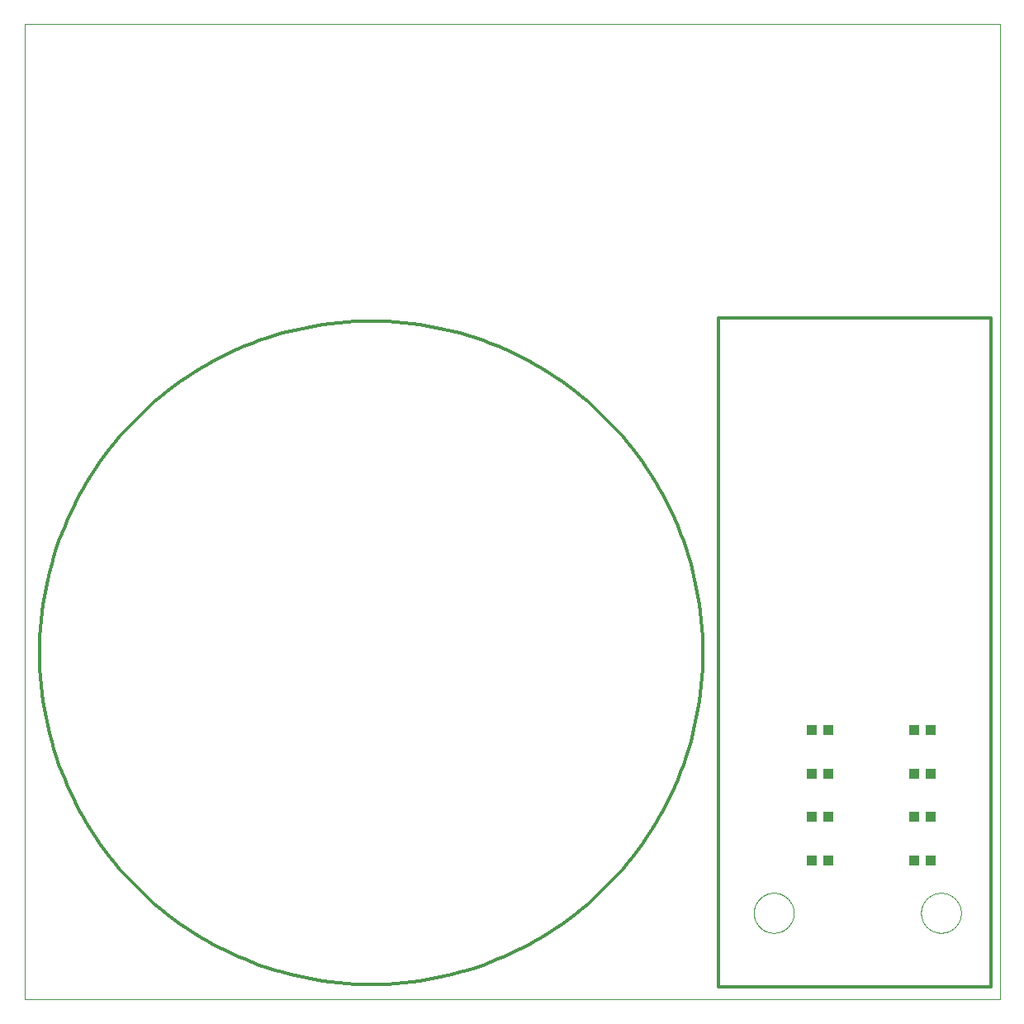
<source format=gbp>
G75*
%MOIN*%
%OFA0B0*%
%FSLAX25Y25*%
%IPPOS*%
%LPD*%
%AMOC8*
5,1,8,0,0,1.08239X$1,22.5*
%
%ADD10C,0.00000*%
%ADD11C,0.01200*%
%ADD12R,0.04331X0.03937*%
D10*
X0001000Y0001000D02*
X0001000Y0394701D01*
X0394701Y0394701D01*
X0394701Y0001000D01*
X0001000Y0001000D01*
X0295429Y0036000D02*
X0295431Y0036198D01*
X0295439Y0036396D01*
X0295451Y0036594D01*
X0295468Y0036791D01*
X0295490Y0036988D01*
X0295516Y0037184D01*
X0295548Y0037380D01*
X0295584Y0037575D01*
X0295625Y0037768D01*
X0295671Y0037961D01*
X0295721Y0038153D01*
X0295777Y0038343D01*
X0295836Y0038532D01*
X0295901Y0038719D01*
X0295970Y0038905D01*
X0296043Y0039089D01*
X0296121Y0039271D01*
X0296204Y0039451D01*
X0296291Y0039629D01*
X0296382Y0039805D01*
X0296478Y0039978D01*
X0296577Y0040149D01*
X0296681Y0040318D01*
X0296789Y0040484D01*
X0296901Y0040647D01*
X0297017Y0040808D01*
X0297137Y0040966D01*
X0297261Y0041120D01*
X0297389Y0041272D01*
X0297520Y0041420D01*
X0297655Y0041565D01*
X0297793Y0041707D01*
X0297935Y0041845D01*
X0298080Y0041980D01*
X0298228Y0042111D01*
X0298380Y0042239D01*
X0298534Y0042363D01*
X0298692Y0042483D01*
X0298853Y0042599D01*
X0299016Y0042711D01*
X0299182Y0042819D01*
X0299351Y0042923D01*
X0299522Y0043022D01*
X0299695Y0043118D01*
X0299871Y0043209D01*
X0300049Y0043296D01*
X0300229Y0043379D01*
X0300411Y0043457D01*
X0300595Y0043530D01*
X0300781Y0043599D01*
X0300968Y0043664D01*
X0301157Y0043723D01*
X0301347Y0043779D01*
X0301539Y0043829D01*
X0301732Y0043875D01*
X0301925Y0043916D01*
X0302120Y0043952D01*
X0302316Y0043984D01*
X0302512Y0044010D01*
X0302709Y0044032D01*
X0302906Y0044049D01*
X0303104Y0044061D01*
X0303302Y0044069D01*
X0303500Y0044071D01*
X0303698Y0044069D01*
X0303896Y0044061D01*
X0304094Y0044049D01*
X0304291Y0044032D01*
X0304488Y0044010D01*
X0304684Y0043984D01*
X0304880Y0043952D01*
X0305075Y0043916D01*
X0305268Y0043875D01*
X0305461Y0043829D01*
X0305653Y0043779D01*
X0305843Y0043723D01*
X0306032Y0043664D01*
X0306219Y0043599D01*
X0306405Y0043530D01*
X0306589Y0043457D01*
X0306771Y0043379D01*
X0306951Y0043296D01*
X0307129Y0043209D01*
X0307305Y0043118D01*
X0307478Y0043022D01*
X0307649Y0042923D01*
X0307818Y0042819D01*
X0307984Y0042711D01*
X0308147Y0042599D01*
X0308308Y0042483D01*
X0308466Y0042363D01*
X0308620Y0042239D01*
X0308772Y0042111D01*
X0308920Y0041980D01*
X0309065Y0041845D01*
X0309207Y0041707D01*
X0309345Y0041565D01*
X0309480Y0041420D01*
X0309611Y0041272D01*
X0309739Y0041120D01*
X0309863Y0040966D01*
X0309983Y0040808D01*
X0310099Y0040647D01*
X0310211Y0040484D01*
X0310319Y0040318D01*
X0310423Y0040149D01*
X0310522Y0039978D01*
X0310618Y0039805D01*
X0310709Y0039629D01*
X0310796Y0039451D01*
X0310879Y0039271D01*
X0310957Y0039089D01*
X0311030Y0038905D01*
X0311099Y0038719D01*
X0311164Y0038532D01*
X0311223Y0038343D01*
X0311279Y0038153D01*
X0311329Y0037961D01*
X0311375Y0037768D01*
X0311416Y0037575D01*
X0311452Y0037380D01*
X0311484Y0037184D01*
X0311510Y0036988D01*
X0311532Y0036791D01*
X0311549Y0036594D01*
X0311561Y0036396D01*
X0311569Y0036198D01*
X0311571Y0036000D01*
X0311569Y0035802D01*
X0311561Y0035604D01*
X0311549Y0035406D01*
X0311532Y0035209D01*
X0311510Y0035012D01*
X0311484Y0034816D01*
X0311452Y0034620D01*
X0311416Y0034425D01*
X0311375Y0034232D01*
X0311329Y0034039D01*
X0311279Y0033847D01*
X0311223Y0033657D01*
X0311164Y0033468D01*
X0311099Y0033281D01*
X0311030Y0033095D01*
X0310957Y0032911D01*
X0310879Y0032729D01*
X0310796Y0032549D01*
X0310709Y0032371D01*
X0310618Y0032195D01*
X0310522Y0032022D01*
X0310423Y0031851D01*
X0310319Y0031682D01*
X0310211Y0031516D01*
X0310099Y0031353D01*
X0309983Y0031192D01*
X0309863Y0031034D01*
X0309739Y0030880D01*
X0309611Y0030728D01*
X0309480Y0030580D01*
X0309345Y0030435D01*
X0309207Y0030293D01*
X0309065Y0030155D01*
X0308920Y0030020D01*
X0308772Y0029889D01*
X0308620Y0029761D01*
X0308466Y0029637D01*
X0308308Y0029517D01*
X0308147Y0029401D01*
X0307984Y0029289D01*
X0307818Y0029181D01*
X0307649Y0029077D01*
X0307478Y0028978D01*
X0307305Y0028882D01*
X0307129Y0028791D01*
X0306951Y0028704D01*
X0306771Y0028621D01*
X0306589Y0028543D01*
X0306405Y0028470D01*
X0306219Y0028401D01*
X0306032Y0028336D01*
X0305843Y0028277D01*
X0305653Y0028221D01*
X0305461Y0028171D01*
X0305268Y0028125D01*
X0305075Y0028084D01*
X0304880Y0028048D01*
X0304684Y0028016D01*
X0304488Y0027990D01*
X0304291Y0027968D01*
X0304094Y0027951D01*
X0303896Y0027939D01*
X0303698Y0027931D01*
X0303500Y0027929D01*
X0303302Y0027931D01*
X0303104Y0027939D01*
X0302906Y0027951D01*
X0302709Y0027968D01*
X0302512Y0027990D01*
X0302316Y0028016D01*
X0302120Y0028048D01*
X0301925Y0028084D01*
X0301732Y0028125D01*
X0301539Y0028171D01*
X0301347Y0028221D01*
X0301157Y0028277D01*
X0300968Y0028336D01*
X0300781Y0028401D01*
X0300595Y0028470D01*
X0300411Y0028543D01*
X0300229Y0028621D01*
X0300049Y0028704D01*
X0299871Y0028791D01*
X0299695Y0028882D01*
X0299522Y0028978D01*
X0299351Y0029077D01*
X0299182Y0029181D01*
X0299016Y0029289D01*
X0298853Y0029401D01*
X0298692Y0029517D01*
X0298534Y0029637D01*
X0298380Y0029761D01*
X0298228Y0029889D01*
X0298080Y0030020D01*
X0297935Y0030155D01*
X0297793Y0030293D01*
X0297655Y0030435D01*
X0297520Y0030580D01*
X0297389Y0030728D01*
X0297261Y0030880D01*
X0297137Y0031034D01*
X0297017Y0031192D01*
X0296901Y0031353D01*
X0296789Y0031516D01*
X0296681Y0031682D01*
X0296577Y0031851D01*
X0296478Y0032022D01*
X0296382Y0032195D01*
X0296291Y0032371D01*
X0296204Y0032549D01*
X0296121Y0032729D01*
X0296043Y0032911D01*
X0295970Y0033095D01*
X0295901Y0033281D01*
X0295836Y0033468D01*
X0295777Y0033657D01*
X0295721Y0033847D01*
X0295671Y0034039D01*
X0295625Y0034232D01*
X0295584Y0034425D01*
X0295548Y0034620D01*
X0295516Y0034816D01*
X0295490Y0035012D01*
X0295468Y0035209D01*
X0295451Y0035406D01*
X0295439Y0035604D01*
X0295431Y0035802D01*
X0295429Y0036000D01*
X0362929Y0036000D02*
X0362931Y0036198D01*
X0362939Y0036396D01*
X0362951Y0036594D01*
X0362968Y0036791D01*
X0362990Y0036988D01*
X0363016Y0037184D01*
X0363048Y0037380D01*
X0363084Y0037575D01*
X0363125Y0037768D01*
X0363171Y0037961D01*
X0363221Y0038153D01*
X0363277Y0038343D01*
X0363336Y0038532D01*
X0363401Y0038719D01*
X0363470Y0038905D01*
X0363543Y0039089D01*
X0363621Y0039271D01*
X0363704Y0039451D01*
X0363791Y0039629D01*
X0363882Y0039805D01*
X0363978Y0039978D01*
X0364077Y0040149D01*
X0364181Y0040318D01*
X0364289Y0040484D01*
X0364401Y0040647D01*
X0364517Y0040808D01*
X0364637Y0040966D01*
X0364761Y0041120D01*
X0364889Y0041272D01*
X0365020Y0041420D01*
X0365155Y0041565D01*
X0365293Y0041707D01*
X0365435Y0041845D01*
X0365580Y0041980D01*
X0365728Y0042111D01*
X0365880Y0042239D01*
X0366034Y0042363D01*
X0366192Y0042483D01*
X0366353Y0042599D01*
X0366516Y0042711D01*
X0366682Y0042819D01*
X0366851Y0042923D01*
X0367022Y0043022D01*
X0367195Y0043118D01*
X0367371Y0043209D01*
X0367549Y0043296D01*
X0367729Y0043379D01*
X0367911Y0043457D01*
X0368095Y0043530D01*
X0368281Y0043599D01*
X0368468Y0043664D01*
X0368657Y0043723D01*
X0368847Y0043779D01*
X0369039Y0043829D01*
X0369232Y0043875D01*
X0369425Y0043916D01*
X0369620Y0043952D01*
X0369816Y0043984D01*
X0370012Y0044010D01*
X0370209Y0044032D01*
X0370406Y0044049D01*
X0370604Y0044061D01*
X0370802Y0044069D01*
X0371000Y0044071D01*
X0371198Y0044069D01*
X0371396Y0044061D01*
X0371594Y0044049D01*
X0371791Y0044032D01*
X0371988Y0044010D01*
X0372184Y0043984D01*
X0372380Y0043952D01*
X0372575Y0043916D01*
X0372768Y0043875D01*
X0372961Y0043829D01*
X0373153Y0043779D01*
X0373343Y0043723D01*
X0373532Y0043664D01*
X0373719Y0043599D01*
X0373905Y0043530D01*
X0374089Y0043457D01*
X0374271Y0043379D01*
X0374451Y0043296D01*
X0374629Y0043209D01*
X0374805Y0043118D01*
X0374978Y0043022D01*
X0375149Y0042923D01*
X0375318Y0042819D01*
X0375484Y0042711D01*
X0375647Y0042599D01*
X0375808Y0042483D01*
X0375966Y0042363D01*
X0376120Y0042239D01*
X0376272Y0042111D01*
X0376420Y0041980D01*
X0376565Y0041845D01*
X0376707Y0041707D01*
X0376845Y0041565D01*
X0376980Y0041420D01*
X0377111Y0041272D01*
X0377239Y0041120D01*
X0377363Y0040966D01*
X0377483Y0040808D01*
X0377599Y0040647D01*
X0377711Y0040484D01*
X0377819Y0040318D01*
X0377923Y0040149D01*
X0378022Y0039978D01*
X0378118Y0039805D01*
X0378209Y0039629D01*
X0378296Y0039451D01*
X0378379Y0039271D01*
X0378457Y0039089D01*
X0378530Y0038905D01*
X0378599Y0038719D01*
X0378664Y0038532D01*
X0378723Y0038343D01*
X0378779Y0038153D01*
X0378829Y0037961D01*
X0378875Y0037768D01*
X0378916Y0037575D01*
X0378952Y0037380D01*
X0378984Y0037184D01*
X0379010Y0036988D01*
X0379032Y0036791D01*
X0379049Y0036594D01*
X0379061Y0036396D01*
X0379069Y0036198D01*
X0379071Y0036000D01*
X0379069Y0035802D01*
X0379061Y0035604D01*
X0379049Y0035406D01*
X0379032Y0035209D01*
X0379010Y0035012D01*
X0378984Y0034816D01*
X0378952Y0034620D01*
X0378916Y0034425D01*
X0378875Y0034232D01*
X0378829Y0034039D01*
X0378779Y0033847D01*
X0378723Y0033657D01*
X0378664Y0033468D01*
X0378599Y0033281D01*
X0378530Y0033095D01*
X0378457Y0032911D01*
X0378379Y0032729D01*
X0378296Y0032549D01*
X0378209Y0032371D01*
X0378118Y0032195D01*
X0378022Y0032022D01*
X0377923Y0031851D01*
X0377819Y0031682D01*
X0377711Y0031516D01*
X0377599Y0031353D01*
X0377483Y0031192D01*
X0377363Y0031034D01*
X0377239Y0030880D01*
X0377111Y0030728D01*
X0376980Y0030580D01*
X0376845Y0030435D01*
X0376707Y0030293D01*
X0376565Y0030155D01*
X0376420Y0030020D01*
X0376272Y0029889D01*
X0376120Y0029761D01*
X0375966Y0029637D01*
X0375808Y0029517D01*
X0375647Y0029401D01*
X0375484Y0029289D01*
X0375318Y0029181D01*
X0375149Y0029077D01*
X0374978Y0028978D01*
X0374805Y0028882D01*
X0374629Y0028791D01*
X0374451Y0028704D01*
X0374271Y0028621D01*
X0374089Y0028543D01*
X0373905Y0028470D01*
X0373719Y0028401D01*
X0373532Y0028336D01*
X0373343Y0028277D01*
X0373153Y0028221D01*
X0372961Y0028171D01*
X0372768Y0028125D01*
X0372575Y0028084D01*
X0372380Y0028048D01*
X0372184Y0028016D01*
X0371988Y0027990D01*
X0371791Y0027968D01*
X0371594Y0027951D01*
X0371396Y0027939D01*
X0371198Y0027931D01*
X0371000Y0027929D01*
X0370802Y0027931D01*
X0370604Y0027939D01*
X0370406Y0027951D01*
X0370209Y0027968D01*
X0370012Y0027990D01*
X0369816Y0028016D01*
X0369620Y0028048D01*
X0369425Y0028084D01*
X0369232Y0028125D01*
X0369039Y0028171D01*
X0368847Y0028221D01*
X0368657Y0028277D01*
X0368468Y0028336D01*
X0368281Y0028401D01*
X0368095Y0028470D01*
X0367911Y0028543D01*
X0367729Y0028621D01*
X0367549Y0028704D01*
X0367371Y0028791D01*
X0367195Y0028882D01*
X0367022Y0028978D01*
X0366851Y0029077D01*
X0366682Y0029181D01*
X0366516Y0029289D01*
X0366353Y0029401D01*
X0366192Y0029517D01*
X0366034Y0029637D01*
X0365880Y0029761D01*
X0365728Y0029889D01*
X0365580Y0030020D01*
X0365435Y0030155D01*
X0365293Y0030293D01*
X0365155Y0030435D01*
X0365020Y0030580D01*
X0364889Y0030728D01*
X0364761Y0030880D01*
X0364637Y0031034D01*
X0364517Y0031192D01*
X0364401Y0031353D01*
X0364289Y0031516D01*
X0364181Y0031682D01*
X0364077Y0031851D01*
X0363978Y0032022D01*
X0363882Y0032195D01*
X0363791Y0032371D01*
X0363704Y0032549D01*
X0363621Y0032729D01*
X0363543Y0032911D01*
X0363470Y0033095D01*
X0363401Y0033281D01*
X0363336Y0033468D01*
X0363277Y0033657D01*
X0363221Y0033847D01*
X0363171Y0034039D01*
X0363125Y0034232D01*
X0363084Y0034425D01*
X0363048Y0034620D01*
X0363016Y0034816D01*
X0362990Y0035012D01*
X0362968Y0035209D01*
X0362951Y0035406D01*
X0362939Y0035604D01*
X0362931Y0035802D01*
X0362929Y0036000D01*
D11*
X0391000Y0006000D02*
X0281000Y0006000D01*
X0281000Y0276000D01*
X0391000Y0276000D01*
X0391000Y0006000D01*
X0007142Y0141000D02*
X0007182Y0144285D01*
X0007303Y0147568D01*
X0007505Y0150847D01*
X0007787Y0154120D01*
X0008149Y0157386D01*
X0008591Y0160641D01*
X0009113Y0163885D01*
X0009714Y0167114D01*
X0010394Y0170328D01*
X0011154Y0173525D01*
X0011991Y0176702D01*
X0012906Y0179857D01*
X0013898Y0182989D01*
X0014967Y0186095D01*
X0016111Y0189175D01*
X0017331Y0192225D01*
X0018626Y0195245D01*
X0019994Y0198232D01*
X0021435Y0201184D01*
X0022948Y0204100D01*
X0024532Y0206978D01*
X0026186Y0209817D01*
X0027910Y0212614D01*
X0029701Y0215368D01*
X0031560Y0218077D01*
X0033484Y0220739D01*
X0035474Y0223354D01*
X0037526Y0225919D01*
X0039642Y0228432D01*
X0041818Y0230894D01*
X0044054Y0233301D01*
X0046348Y0235652D01*
X0048699Y0237946D01*
X0051106Y0240182D01*
X0053568Y0242358D01*
X0056081Y0244474D01*
X0058646Y0246526D01*
X0061261Y0248516D01*
X0063923Y0250440D01*
X0066632Y0252299D01*
X0069386Y0254090D01*
X0072183Y0255814D01*
X0075022Y0257468D01*
X0077900Y0259052D01*
X0080816Y0260565D01*
X0083768Y0262006D01*
X0086755Y0263374D01*
X0089775Y0264669D01*
X0092825Y0265889D01*
X0095905Y0267033D01*
X0099011Y0268102D01*
X0102143Y0269094D01*
X0105298Y0270009D01*
X0108475Y0270846D01*
X0111672Y0271606D01*
X0114886Y0272286D01*
X0118115Y0272887D01*
X0121359Y0273409D01*
X0124614Y0273851D01*
X0127880Y0274213D01*
X0131153Y0274495D01*
X0134432Y0274697D01*
X0137715Y0274818D01*
X0141000Y0274858D01*
X0144285Y0274818D01*
X0147568Y0274697D01*
X0150847Y0274495D01*
X0154120Y0274213D01*
X0157386Y0273851D01*
X0160641Y0273409D01*
X0163885Y0272887D01*
X0167114Y0272286D01*
X0170328Y0271606D01*
X0173525Y0270846D01*
X0176702Y0270009D01*
X0179857Y0269094D01*
X0182989Y0268102D01*
X0186095Y0267033D01*
X0189175Y0265889D01*
X0192225Y0264669D01*
X0195245Y0263374D01*
X0198232Y0262006D01*
X0201184Y0260565D01*
X0204100Y0259052D01*
X0206978Y0257468D01*
X0209817Y0255814D01*
X0212614Y0254090D01*
X0215368Y0252299D01*
X0218077Y0250440D01*
X0220739Y0248516D01*
X0223354Y0246526D01*
X0225919Y0244474D01*
X0228432Y0242358D01*
X0230894Y0240182D01*
X0233301Y0237946D01*
X0235652Y0235652D01*
X0237946Y0233301D01*
X0240182Y0230894D01*
X0242358Y0228432D01*
X0244474Y0225919D01*
X0246526Y0223354D01*
X0248516Y0220739D01*
X0250440Y0218077D01*
X0252299Y0215368D01*
X0254090Y0212614D01*
X0255814Y0209817D01*
X0257468Y0206978D01*
X0259052Y0204100D01*
X0260565Y0201184D01*
X0262006Y0198232D01*
X0263374Y0195245D01*
X0264669Y0192225D01*
X0265889Y0189175D01*
X0267033Y0186095D01*
X0268102Y0182989D01*
X0269094Y0179857D01*
X0270009Y0176702D01*
X0270846Y0173525D01*
X0271606Y0170328D01*
X0272286Y0167114D01*
X0272887Y0163885D01*
X0273409Y0160641D01*
X0273851Y0157386D01*
X0274213Y0154120D01*
X0274495Y0150847D01*
X0274697Y0147568D01*
X0274818Y0144285D01*
X0274858Y0141000D01*
X0274818Y0137715D01*
X0274697Y0134432D01*
X0274495Y0131153D01*
X0274213Y0127880D01*
X0273851Y0124614D01*
X0273409Y0121359D01*
X0272887Y0118115D01*
X0272286Y0114886D01*
X0271606Y0111672D01*
X0270846Y0108475D01*
X0270009Y0105298D01*
X0269094Y0102143D01*
X0268102Y0099011D01*
X0267033Y0095905D01*
X0265889Y0092825D01*
X0264669Y0089775D01*
X0263374Y0086755D01*
X0262006Y0083768D01*
X0260565Y0080816D01*
X0259052Y0077900D01*
X0257468Y0075022D01*
X0255814Y0072183D01*
X0254090Y0069386D01*
X0252299Y0066632D01*
X0250440Y0063923D01*
X0248516Y0061261D01*
X0246526Y0058646D01*
X0244474Y0056081D01*
X0242358Y0053568D01*
X0240182Y0051106D01*
X0237946Y0048699D01*
X0235652Y0046348D01*
X0233301Y0044054D01*
X0230894Y0041818D01*
X0228432Y0039642D01*
X0225919Y0037526D01*
X0223354Y0035474D01*
X0220739Y0033484D01*
X0218077Y0031560D01*
X0215368Y0029701D01*
X0212614Y0027910D01*
X0209817Y0026186D01*
X0206978Y0024532D01*
X0204100Y0022948D01*
X0201184Y0021435D01*
X0198232Y0019994D01*
X0195245Y0018626D01*
X0192225Y0017331D01*
X0189175Y0016111D01*
X0186095Y0014967D01*
X0182989Y0013898D01*
X0179857Y0012906D01*
X0176702Y0011991D01*
X0173525Y0011154D01*
X0170328Y0010394D01*
X0167114Y0009714D01*
X0163885Y0009113D01*
X0160641Y0008591D01*
X0157386Y0008149D01*
X0154120Y0007787D01*
X0150847Y0007505D01*
X0147568Y0007303D01*
X0144285Y0007182D01*
X0141000Y0007142D01*
X0137715Y0007182D01*
X0134432Y0007303D01*
X0131153Y0007505D01*
X0127880Y0007787D01*
X0124614Y0008149D01*
X0121359Y0008591D01*
X0118115Y0009113D01*
X0114886Y0009714D01*
X0111672Y0010394D01*
X0108475Y0011154D01*
X0105298Y0011991D01*
X0102143Y0012906D01*
X0099011Y0013898D01*
X0095905Y0014967D01*
X0092825Y0016111D01*
X0089775Y0017331D01*
X0086755Y0018626D01*
X0083768Y0019994D01*
X0080816Y0021435D01*
X0077900Y0022948D01*
X0075022Y0024532D01*
X0072183Y0026186D01*
X0069386Y0027910D01*
X0066632Y0029701D01*
X0063923Y0031560D01*
X0061261Y0033484D01*
X0058646Y0035474D01*
X0056081Y0037526D01*
X0053568Y0039642D01*
X0051106Y0041818D01*
X0048699Y0044054D01*
X0046348Y0046348D01*
X0044054Y0048699D01*
X0041818Y0051106D01*
X0039642Y0053568D01*
X0037526Y0056081D01*
X0035474Y0058646D01*
X0033484Y0061261D01*
X0031560Y0063923D01*
X0029701Y0066632D01*
X0027910Y0069386D01*
X0026186Y0072183D01*
X0024532Y0075022D01*
X0022948Y0077900D01*
X0021435Y0080816D01*
X0019994Y0083768D01*
X0018626Y0086755D01*
X0017331Y0089775D01*
X0016111Y0092825D01*
X0014967Y0095905D01*
X0013898Y0099011D01*
X0012906Y0102143D01*
X0011991Y0105298D01*
X0011154Y0108475D01*
X0010394Y0111672D01*
X0009714Y0114886D01*
X0009113Y0118115D01*
X0008591Y0121359D01*
X0008149Y0124614D01*
X0007787Y0127880D01*
X0007505Y0131153D01*
X0007303Y0134432D01*
X0007182Y0137715D01*
X0007142Y0141000D01*
D12*
X0318904Y0109750D03*
X0325596Y0109750D03*
X0325596Y0092250D03*
X0318904Y0092250D03*
X0318904Y0074750D03*
X0325596Y0074750D03*
X0325596Y0057250D03*
X0318904Y0057250D03*
X0360154Y0057250D03*
X0366846Y0057250D03*
X0366846Y0074750D03*
X0360154Y0074750D03*
X0360154Y0092250D03*
X0366846Y0092250D03*
X0366846Y0109750D03*
X0360154Y0109750D03*
M02*

</source>
